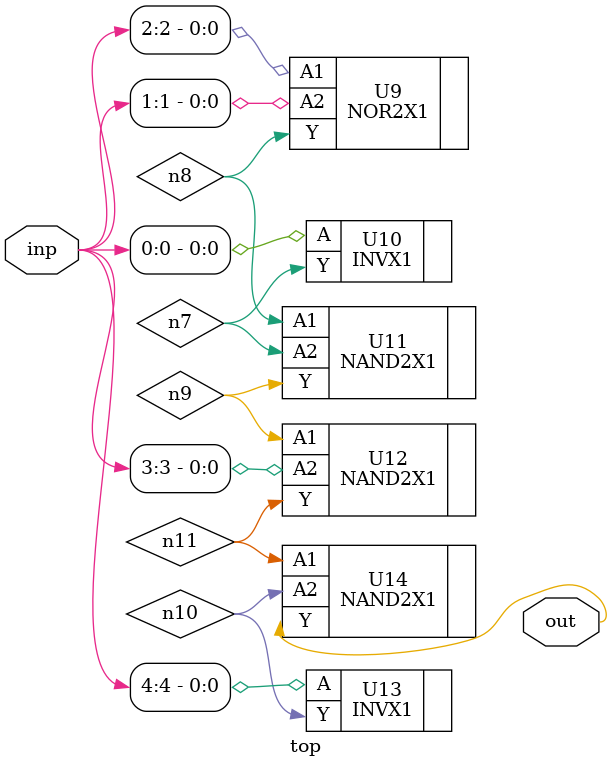
<source format=sv>


module top ( inp, out );
  input [4:0] inp;
  output out;
  wire   n7, n8, n9, n10, n11;

  NOR2X1 U9 ( .A1(inp[2]), .A2(inp[1]), .Y(n8) );
  INVX1 U10 ( .A(inp[0]), .Y(n7) );
  NAND2X1 U11 ( .A1(n8), .A2(n7), .Y(n9) );
  NAND2X1 U12 ( .A1(n9), .A2(inp[3]), .Y(n11) );
  INVX1 U13 ( .A(inp[4]), .Y(n10) );
  NAND2X1 U14 ( .A1(n11), .A2(n10), .Y(out) );
endmodule


</source>
